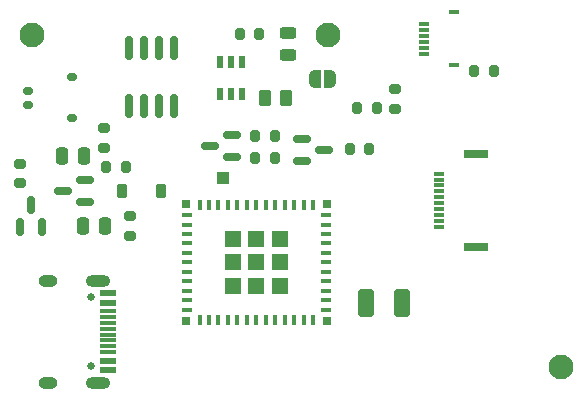
<source format=gts>
G04 #@! TF.GenerationSoftware,KiCad,Pcbnew,7.0.1-3b83917a11~172~ubuntu22.04.1*
G04 #@! TF.CreationDate,2023-04-23T17:42:43+02:00*
G04 #@! TF.ProjectId,sharp-lcd-128x128,73686172-702d-46c6-9364-2d3132387831,rev?*
G04 #@! TF.SameCoordinates,Original*
G04 #@! TF.FileFunction,Soldermask,Top*
G04 #@! TF.FilePolarity,Negative*
%FSLAX46Y46*%
G04 Gerber Fmt 4.6, Leading zero omitted, Abs format (unit mm)*
G04 Created by KiCad (PCBNEW 7.0.1-3b83917a11~172~ubuntu22.04.1) date 2023-04-23 17:42:43*
%MOMM*%
%LPD*%
G01*
G04 APERTURE LIST*
G04 Aperture macros list*
%AMRoundRect*
0 Rectangle with rounded corners*
0 $1 Rounding radius*
0 $2 $3 $4 $5 $6 $7 $8 $9 X,Y pos of 4 corners*
0 Add a 4 corners polygon primitive as box body*
4,1,4,$2,$3,$4,$5,$6,$7,$8,$9,$2,$3,0*
0 Add four circle primitives for the rounded corners*
1,1,$1+$1,$2,$3*
1,1,$1+$1,$4,$5*
1,1,$1+$1,$6,$7*
1,1,$1+$1,$8,$9*
0 Add four rect primitives between the rounded corners*
20,1,$1+$1,$2,$3,$4,$5,0*
20,1,$1+$1,$4,$5,$6,$7,0*
20,1,$1+$1,$6,$7,$8,$9,0*
20,1,$1+$1,$8,$9,$2,$3,0*%
%AMFreePoly0*
4,1,19,0.500000,-0.750000,0.000000,-0.750000,0.000000,-0.744911,-0.071157,-0.744911,-0.207708,-0.704816,-0.327430,-0.627875,-0.420627,-0.520320,-0.479746,-0.390866,-0.500000,-0.250000,-0.500000,0.250000,-0.479746,0.390866,-0.420627,0.520320,-0.327430,0.627875,-0.207708,0.704816,-0.071157,0.744911,0.000000,0.744911,0.000000,0.750000,0.500000,0.750000,0.500000,-0.750000,0.500000,-0.750000,
$1*%
%AMFreePoly1*
4,1,19,0.000000,0.744911,0.071157,0.744911,0.207708,0.704816,0.327430,0.627875,0.420627,0.520320,0.479746,0.390866,0.500000,0.250000,0.500000,-0.250000,0.479746,-0.390866,0.420627,-0.520320,0.327430,-0.627875,0.207708,-0.704816,0.071157,-0.744911,0.000000,-0.744911,0.000000,-0.750000,-0.500000,-0.750000,-0.500000,0.750000,0.000000,0.750000,0.000000,0.744911,0.000000,0.744911,
$1*%
G04 Aperture macros list end*
%ADD10RoundRect,0.200000X-0.200000X-0.275000X0.200000X-0.275000X0.200000X0.275000X-0.200000X0.275000X0*%
%ADD11R,0.812800X0.406400*%
%ADD12R,0.406400X0.812800*%
%ADD13R,1.447800X1.447800*%
%ADD14R,0.711200X0.711200*%
%ADD15RoundRect,0.150000X-0.587500X-0.150000X0.587500X-0.150000X0.587500X0.150000X-0.587500X0.150000X0*%
%ADD16RoundRect,0.200000X-0.275000X0.200000X-0.275000X-0.200000X0.275000X-0.200000X0.275000X0.200000X0*%
%ADD17C,2.100000*%
%ADD18R,1.000000X1.000000*%
%ADD19RoundRect,0.250000X-0.250000X-0.475000X0.250000X-0.475000X0.250000X0.475000X-0.250000X0.475000X0*%
%ADD20RoundRect,0.150000X0.587500X0.150000X-0.587500X0.150000X-0.587500X-0.150000X0.587500X-0.150000X0*%
%ADD21RoundRect,0.243750X-0.456250X0.243750X-0.456250X-0.243750X0.456250X-0.243750X0.456250X0.243750X0*%
%ADD22RoundRect,0.150000X-0.150000X0.825000X-0.150000X-0.825000X0.150000X-0.825000X0.150000X0.825000X0*%
%ADD23R,0.558800X0.990600*%
%ADD24RoundRect,0.200000X0.200000X0.275000X-0.200000X0.275000X-0.200000X-0.275000X0.200000X-0.275000X0*%
%ADD25RoundRect,0.150000X0.150000X-0.587500X0.150000X0.587500X-0.150000X0.587500X-0.150000X-0.587500X0*%
%ADD26C,0.650000*%
%ADD27R,1.450000X0.600000*%
%ADD28R,1.450000X0.300000*%
%ADD29O,2.100000X1.000000*%
%ADD30O,1.600000X1.000000*%
%ADD31RoundRect,0.225000X-0.225000X-0.375000X0.225000X-0.375000X0.225000X0.375000X-0.225000X0.375000X0*%
%ADD32RoundRect,0.250000X-0.412500X-0.925000X0.412500X-0.925000X0.412500X0.925000X-0.412500X0.925000X0*%
%ADD33FreePoly0,0.000000*%
%ADD34FreePoly1,0.000000*%
%ADD35R,0.812800X0.304800*%
%ADD36R,0.850000X0.300000*%
%ADD37R,2.000000X0.800000*%
%ADD38RoundRect,0.250000X0.262500X0.450000X-0.262500X0.450000X-0.262500X-0.450000X0.262500X-0.450000X0*%
%ADD39RoundRect,0.150000X0.275000X-0.150000X0.275000X0.150000X-0.275000X0.150000X-0.275000X-0.150000X0*%
%ADD40RoundRect,0.175000X0.225000X-0.175000X0.225000X0.175000X-0.225000X0.175000X-0.225000X-0.175000X0*%
%ADD41RoundRect,0.200000X0.275000X-0.200000X0.275000X0.200000X-0.275000X0.200000X-0.275000X-0.200000X0*%
G04 APERTURE END LIST*
D10*
X80645000Y-43180000D03*
X82295000Y-43180000D03*
D11*
X99259998Y-55264900D03*
X99259998Y-54464899D03*
X99259998Y-53664900D03*
X99259998Y-52864899D03*
X99259998Y-52064901D03*
X99259998Y-51264900D03*
X99259998Y-50464899D03*
X99259998Y-49664901D03*
X99259998Y-48864900D03*
X99259998Y-48064901D03*
X99259998Y-47264900D03*
D12*
X98160001Y-46364900D03*
X97360000Y-46364900D03*
X96559999Y-46364900D03*
X95760000Y-46364900D03*
X94959999Y-46364900D03*
X94160001Y-46364900D03*
X93360000Y-46364900D03*
X92559999Y-46364900D03*
X91760001Y-46364900D03*
X90960000Y-46364900D03*
X90160001Y-46364900D03*
X89360000Y-46364900D03*
X88560002Y-46364900D03*
D11*
X87460002Y-47264900D03*
X87460002Y-48064901D03*
X87460002Y-48864900D03*
X87460002Y-49664901D03*
X87460002Y-50464899D03*
X87460002Y-51264900D03*
X87460002Y-52064901D03*
X87460002Y-52864899D03*
X87460002Y-53664900D03*
X87460002Y-54464899D03*
X87460002Y-55264900D03*
D12*
X88559999Y-56164900D03*
X89360000Y-56164900D03*
X90160001Y-56164900D03*
X90960000Y-56164900D03*
X91760001Y-56164900D03*
X92559999Y-56164900D03*
X93360000Y-56164900D03*
X94160001Y-56164900D03*
X94959999Y-56164900D03*
X95760000Y-56164900D03*
X96559999Y-56164900D03*
X97360000Y-56164900D03*
X98159998Y-56164900D03*
D13*
X93360000Y-51264900D03*
D14*
X87410000Y-56214900D03*
X87410000Y-46314900D03*
X99310000Y-46314900D03*
X99310000Y-56214900D03*
D13*
X91385000Y-53239900D03*
X91385000Y-51264900D03*
X91385000Y-49289900D03*
X93360000Y-49289900D03*
X95335000Y-49289900D03*
X95335000Y-51264900D03*
X95335000Y-53239900D03*
X93360000Y-53239900D03*
D15*
X97230000Y-40780000D03*
X97230000Y-42680000D03*
X99105000Y-41730000D03*
D16*
X73320000Y-42905000D03*
X73320000Y-44555000D03*
D17*
X119120000Y-60140000D03*
D18*
X90520000Y-44160000D03*
D19*
X78690000Y-48170000D03*
X80590000Y-48170000D03*
D10*
X111830000Y-35050000D03*
X113480000Y-35050000D03*
D20*
X78860000Y-46170000D03*
X78860000Y-44270000D03*
X76985000Y-45220000D03*
D21*
X96040000Y-31865000D03*
X96040000Y-33740000D03*
D22*
X86395000Y-33075000D03*
X85125000Y-33075000D03*
X83855000Y-33075000D03*
X82585000Y-33075000D03*
X82585000Y-38025000D03*
X83855000Y-38025000D03*
X85125000Y-38025000D03*
X86395000Y-38025000D03*
D23*
X92150001Y-34262200D03*
X91200000Y-34262200D03*
X90249999Y-34262200D03*
X90249999Y-36980000D03*
X91200000Y-36980000D03*
X92150001Y-36980000D03*
D16*
X82650000Y-47350000D03*
X82650000Y-49000000D03*
D24*
X94925000Y-42400000D03*
X93275000Y-42400000D03*
D25*
X73330000Y-48260000D03*
X75230000Y-48260000D03*
X74280000Y-46385000D03*
D26*
X79400000Y-54235000D03*
X79400000Y-60015000D03*
D27*
X80845000Y-53875000D03*
X80845000Y-54675000D03*
D28*
X80845000Y-55875000D03*
X80845000Y-56875000D03*
X80845000Y-57375000D03*
X80845000Y-58375000D03*
D27*
X80845000Y-59575000D03*
X80845000Y-60375000D03*
X80845000Y-60375000D03*
X80845000Y-59575000D03*
D28*
X80845000Y-58875000D03*
X80845000Y-57875000D03*
X80845000Y-56375000D03*
X80845000Y-55375000D03*
D27*
X80845000Y-54675000D03*
X80845000Y-53875000D03*
D29*
X79930000Y-52805000D03*
D30*
X75750000Y-52805000D03*
D29*
X79930000Y-61445000D03*
D30*
X75750000Y-61445000D03*
D31*
X81960000Y-45260000D03*
X85260000Y-45260000D03*
D24*
X102925000Y-41680000D03*
X101275000Y-41680000D03*
D17*
X74400000Y-32000000D03*
D19*
X76880000Y-42250000D03*
X78780000Y-42250000D03*
D24*
X94925000Y-40560000D03*
X93275000Y-40560000D03*
D32*
X102615000Y-54690000D03*
X105690000Y-54690000D03*
D33*
X98310000Y-35700000D03*
D34*
X99610000Y-35700000D03*
D16*
X105100000Y-36625000D03*
X105100000Y-38275000D03*
D35*
X107580000Y-31080000D03*
X107580000Y-31579999D03*
X107580000Y-32080001D03*
X107580000Y-32580000D03*
X107580000Y-33080001D03*
X107580000Y-33580000D03*
D11*
X110093122Y-34580001D03*
X110093122Y-30079999D03*
D10*
X101915000Y-38220000D03*
X103565000Y-38220000D03*
D36*
X108815000Y-48250000D03*
X108815000Y-47750000D03*
X108815000Y-47250000D03*
X108815000Y-46750000D03*
X108815000Y-46250000D03*
X108815000Y-45750000D03*
X108815000Y-45250000D03*
X108815000Y-44750000D03*
X108815000Y-44250000D03*
X108815000Y-43750000D03*
D37*
X111990000Y-49950000D03*
X111990000Y-42050000D03*
D38*
X95912500Y-37330000D03*
X94087500Y-37330000D03*
D24*
X93605000Y-31910000D03*
X91955000Y-31910000D03*
D39*
X74010000Y-37920000D03*
X74010000Y-36720000D03*
D40*
X77785000Y-39070000D03*
X77785000Y-35570000D03*
D20*
X91280000Y-42340000D03*
X91280000Y-40440000D03*
X89405000Y-41390000D03*
D41*
X80460000Y-41540000D03*
X80460000Y-39890000D03*
D17*
X99400000Y-32000000D03*
M02*

</source>
